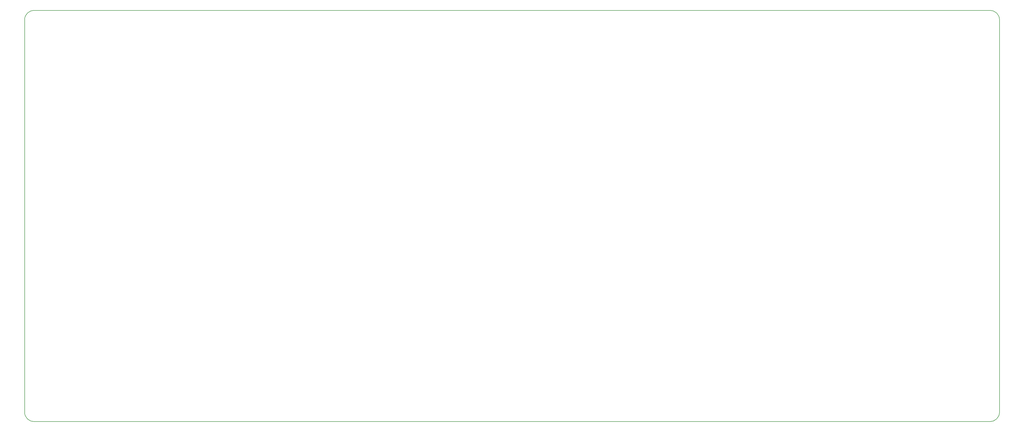
<source format=gbp>
G04 #@! TF.GenerationSoftware,KiCad,Pcbnew,(5.1.9)-1*
G04 #@! TF.CreationDate,2021-01-28T16:01:25-05:00*
G04 #@! TF.ProjectId,Alpsterium-pcb,416c7073-7465-4726-9975-6d2d7063622e,rev?*
G04 #@! TF.SameCoordinates,Original*
G04 #@! TF.FileFunction,Paste,Bot*
G04 #@! TF.FilePolarity,Positive*
%FSLAX46Y46*%
G04 Gerber Fmt 4.6, Leading zero omitted, Abs format (unit mm)*
G04 Created by KiCad (PCBNEW (5.1.9)-1) date 2021-01-28 16:01:25*
%MOMM*%
%LPD*%
G01*
G04 APERTURE LIST*
G04 #@! TA.AperFunction,Profile*
%ADD10C,0.150000*%
G04 #@! TD*
G04 APERTURE END LIST*
D10*
X384809999Y-198619941D02*
G75*
G02*
X381505940Y-201930000I-3307059J-3000D01*
G01*
X381499941Y-55313501D02*
G75*
G02*
X384810000Y-58617560I3000J-3307059D01*
G01*
X37147501Y-58623559D02*
G75*
G02*
X40451560Y-55313500I3307059J3000D01*
G01*
X40457559Y-201929999D02*
G75*
G02*
X37147500Y-198625940I-3000J3307059D01*
G01*
X384810000Y-58617560D02*
X384809999Y-198619941D01*
X381505940Y-201930000D02*
X40457559Y-201929999D01*
X37147500Y-198625940D02*
X37147501Y-58623559D01*
X40451560Y-55313500D02*
X381499941Y-55313500D01*
M02*

</source>
